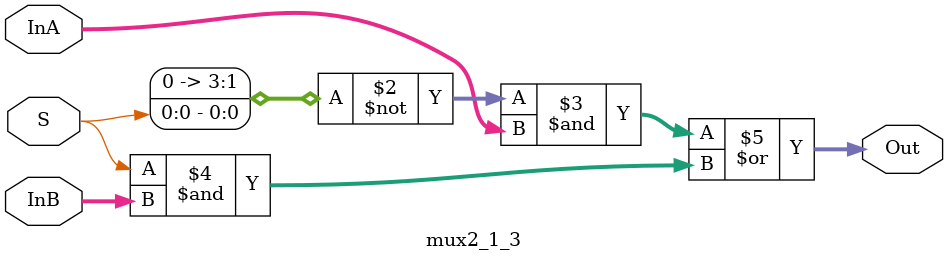
<source format=v>
module mux2_1_3(InA, InB, S, Out);
   input [3:0] InA, InB;
   input       S;
   output [3:0] Out;

   assign Out = (~S & InA) | (S & InB);

endmodule // mux2_1


</source>
